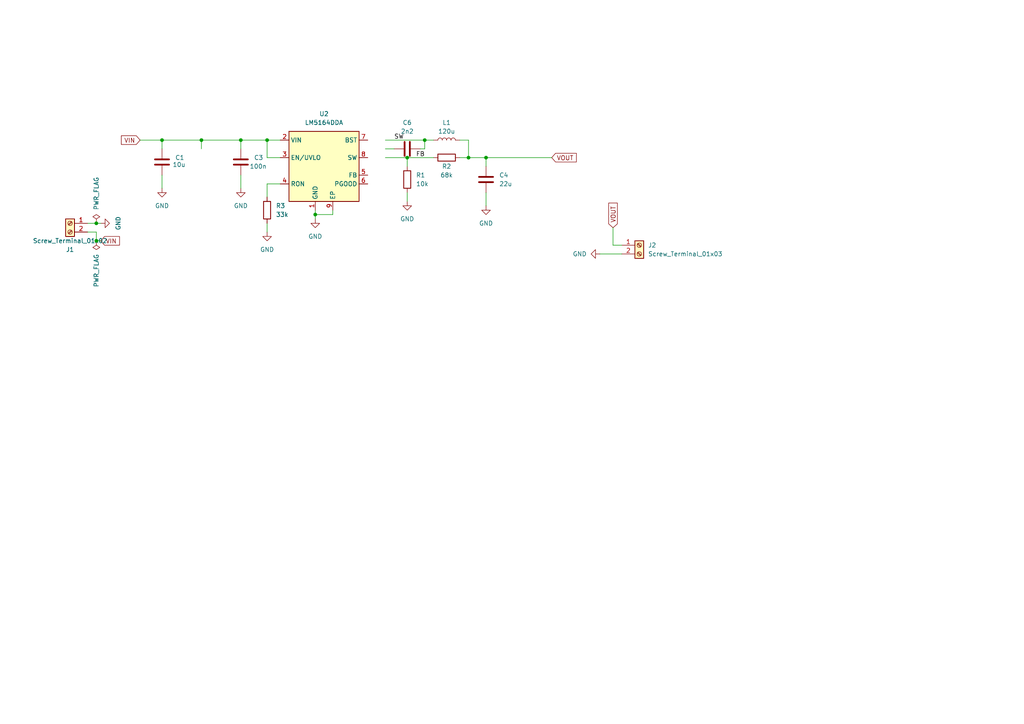
<source format=kicad_sch>
(kicad_sch (version 20231120) (generator "eeschema") (generator_version "8.0")
  (paper "A4")
  (lib_symbols
    (symbol "Connector:Screw_Terminal_01x02" (pin_names (offset 1.016) hide)
      (property "Reference" "J" (at 0 2.54 0))
      (property "Value" "Screw_Terminal_01x02" (at 0 -5.08 0))
      (symbol "Screw_Terminal_01x02_1_1"
        (rectangle (start -1.27 1.27) (end 1.27 -3.81) (stroke (width 0.254)) (fill (type background)))
        (circle (center 0 -2.54) (radius 0.635) (stroke (width 0.1524)))
        (polyline (pts (xy -0.5334 -2.2098) (xy 0.3302 -3.048)) (stroke (width 0.1524)))
        (polyline (pts (xy -0.5334 0.3302) (xy 0.3302 -0.508)) (stroke (width 0.1524)))
        (polyline (pts (xy -0.3556 -2.032) (xy 0.508 -2.8702)) (stroke (width 0.1524)))
        (polyline (pts (xy -0.3556 0.508) (xy 0.508 -0.3302)) (stroke (width 0.1524)))
        (circle (center 0 0) (radius 0.635) (stroke (width 0.1524)))
        (pin passive line (at -5.08 0 0) (length 3.81) (name "Pin_1") (number "1"))
        (pin passive line (at -5.08 -2.54 0) (length 3.81) (name "Pin_2") (number "2"))
      )
    )
    (symbol "Device:C" (pin_numbers hide) (pin_names (offset 0.254))
      (property "Reference" "C" (at 0.635 2.54 0))
      (property "Value" "C" (at 0.635 -2.54 0))
      (symbol "C_0_1"
        (polyline (pts (xy -2.032 -0.762) (xy 2.032 -0.762)) (stroke (width 0.508)))
        (polyline (pts (xy -2.032 0.762) (xy 2.032 0.762)) (stroke (width 0.508)))
      )
      (symbol "C_1_1"
        (pin passive line (at 0 3.81 270) (length 2.794) (name "~") (number "1"))
        (pin passive line (at 0 -3.81 90) (length 2.794) (name "~") (number "2"))
      )
    )
    (symbol "Device:L" (pin_numbers hide) (pin_names (offset 1.016) hide)
      (property "Reference" "L" (at -1.27 0 90))
      (property "Value" "L" (at 1.905 0 90))
      (symbol "L_0_1"
        (arc (start 0 -2.54) (mid 0.6323 -1.905) (end 0 -1.27))
        (arc (start 0 -1.27) (mid 0.6323 -0.635) (end 0 0))
        (arc (start 0 0) (mid 0.6323 0.635) (end 0 1.27))
        (arc (start 0 1.27) (mid 0.6323 1.905) (end 0 2.54))
      )
      (symbol "L_1_1"
        (pin passive line (at 0 3.81 270) (length 1.27) (name "1") (number "1"))
        (pin passive line (at 0 -3.81 90) (length 1.27) (name "2") (number "2"))
      )
    )
    (symbol "Device:R" (pin_numbers hide) (pin_names (offset 0))
      (property "Reference" "R" (at 2.032 0 90))
      (property "Value" "R" (at 0 0 90))
      (symbol "R_0_1"
        (rectangle (start -1.016 -2.54) (end 1.016 2.54) (stroke (width 0.254)))
      )
      (symbol "R_1_1"
        (pin passive line (at 0 3.81 270) (length 1.27) (name "~") (number "1"))
        (pin passive line (at 0 -3.81 90) (length 1.27) (name "~") (number "2"))
      )
    )
    (symbol "Regulator_Switching:LM5164DDA"
      (property "Reference" "U" (at -8.89 11.43 0))
      (property "Value" "LM5164DDA" (at 5.08 11.43 0))
      (symbol "LM5164DDA_1_1"
        (rectangle (start -10.16 10.16) (end 10.16 -10.16) (stroke (width 0.254)) (fill (type background)))
        (pin power_in line (at -2.54 -12.7 90) (length 2.54) (name "GND") (number "1"))
        (pin power_in line (at -12.7 7.62 0) (length 2.54) (name "VIN") (number "2"))
        (pin input line (at -12.7 2.54 0) (length 2.54) (name "EN/UVLO") (number "3"))
        (pin passive line (at -12.7 -5.08 0) (length 2.54) (name "RON") (number "4"))
        (pin input line (at 12.7 -2.54 180) (length 2.54) (name "FB") (number "5"))
        (pin open_collector line (at 12.7 -5.08 180) (length 2.54) (name "PGOOD") (number "6"))
        (pin passive line (at 12.7 7.62 180) (length 2.54) (name "BST") (number "7"))
        (pin power_out line (at 12.7 2.54 180) (length 2.54) (name "SW") (number "8"))
        (pin passive line (at 2.54 -12.7 90) (length 2.54) (name "EP") (number "9"))
      )
    )
    (symbol "power:GND" (power) (pin_names (offset 0))
      (property "Value" "GND" (at 0 -3.81 0))
      (symbol "GND_0_1"
        (polyline (pts (xy 0 0) (xy 0 -1.27) (xy 1.27 -1.27) (xy 0 -2.54) (xy -1.27 -1.27) (xy 0 -1.27)))
      )
      (symbol "GND_1_1"
        (pin power_in line (at 0 0 270) (length 0) hide (name "GND") (number "1"))
      )
    )
    (symbol "power:PWR_FLAG" (power) (pin_numbers hide) (pin_names (offset 0) hide)
      (property "Value" "PWR_FLAG" (at 0 3.81 0))
      (symbol "PWR_FLAG_0_0"
        (pin power_out line (at 0 0 90) (length 0) (name "pwr") (number "1"))
      )
      (symbol "PWR_FLAG_0_1"
        (polyline (pts (xy 0 0) (xy 0 1.27) (xy -1.016 1.905) (xy 0 2.54) (xy 1.016 1.905) (xy 0 1.27)))
      )
    )
  )
  (junction (at 91.44 62.23))
  (junction (at 77.47 40.64))
  (junction (at 58.42 40.64))
  (junction (at 46.99 40.64))
  (junction (at 27.94 69.85))
  (junction (at 135.89 45.72))
  (junction (at 69.85 40.64))
  (junction (at 27.94 64.77))
  (junction (at 123.19 40.64))
  (junction (at 118.11 45.72))
  (junction (at 140.97 45.72))
  (wire (pts (xy 46.99 40.64) (xy 46.99 43.18)))
  (wire (pts (xy 69.85 50.8) (xy 69.85 54.61)))
  (wire (pts (xy 91.44 60.96) (xy 91.44 62.23)))
  (wire (pts (xy 135.89 45.72) (xy 140.97 45.72)))
  (wire (pts (xy 111.76 43.18) (xy 114.3 43.18)))
  (wire (pts (xy 77.47 45.72) (xy 77.47 40.64)))
  (wire (pts (xy 177.8 66.04) (xy 177.8 71.12)))
  (wire (pts (xy 46.99 40.64) (xy 58.42 40.64)))
  (wire (pts (xy 173.99 73.66) (xy 180.34 73.66)))
  (wire (pts (xy 91.44 62.23) (xy 91.44 63.5)))
  (wire (pts (xy 133.35 45.72) (xy 135.89 45.72)))
  (wire (pts (xy 69.85 40.64) (xy 77.47 40.64)))
  (wire (pts (xy 111.76 40.64) (xy 123.19 40.64)))
  (wire (pts (xy 123.19 43.18) (xy 123.19 40.64)))
  (wire (pts (xy 81.28 45.72) (xy 77.47 45.72)))
  (wire (pts (xy 140.97 45.72) (xy 160.02 45.72)))
  (wire (pts (xy 77.47 40.64) (xy 81.28 40.64)))
  (wire (pts (xy 58.42 40.64) (xy 69.85 40.64)))
  (wire (pts (xy 27.94 64.77) (xy 29.21 64.77)))
  (wire (pts (xy 77.47 53.34) (xy 81.28 53.34)))
  (wire (pts (xy 27.94 67.31) (xy 25.4 67.31)))
  (wire (pts (xy 177.8 71.12) (xy 180.34 71.12)))
  (wire (pts (xy 58.42 40.64) (xy 58.42 43.18)))
  (wire (pts (xy 69.85 40.64) (xy 69.85 43.18)))
  (wire (pts (xy 121.92 43.18) (xy 123.19 43.18)))
  (wire (pts (xy 118.11 45.72) (xy 125.73 45.72)))
  (wire (pts (xy 111.76 45.72) (xy 118.11 45.72)))
  (wire (pts (xy 77.47 64.77) (xy 77.47 67.31)))
  (wire (pts (xy 77.47 57.15) (xy 77.47 53.34)))
  (wire (pts (xy 27.94 69.85) (xy 27.94 67.31)))
  (wire (pts (xy 140.97 55.88) (xy 140.97 59.69)))
  (wire (pts (xy 123.19 40.64) (xy 125.73 40.64)))
  (wire (pts (xy 133.35 40.64) (xy 135.89 40.64)))
  (wire (pts (xy 135.89 40.64) (xy 135.89 45.72)))
  (wire (pts (xy 27.94 69.85) (xy 29.21 69.85)))
  (wire (pts (xy 118.11 55.88) (xy 118.11 58.42)))
  (wire (pts (xy 96.52 62.23) (xy 91.44 62.23)))
  (wire (pts (xy 118.11 45.72) (xy 118.11 48.26)))
  (wire (pts (xy 40.64 40.64) (xy 46.99 40.64)))
  (wire (pts (xy 96.52 60.96) (xy 96.52 62.23)))
  (wire (pts (xy 25.4 64.77) (xy 27.94 64.77)))
  (wire (pts (xy 46.99 50.8) (xy 46.99 54.61)))
  (wire (pts (xy 140.97 45.72) (xy 140.97 48.26)))
  (label "SW" (at 114.3 40.64 0))
  (label "FB" (at 120.65 45.72 0))
  (global_label "VIN" (shape input) (at 40.64 40.64 180) (property "Intersheetrefs" "${INTERSHEET_REFS}" (effects (hide yes))))
  (global_label "VOUT" (shape input) (at 160.02 45.72 0) (property "Intersheetrefs" "${INTERSHEET_REFS}" (effects (hide yes))))
  (global_label "VIN" (shape input) (at 29.21 69.85 0) (property "Intersheetrefs" "${INTERSHEET_REFS}" (effects (hide yes))))
  (global_label "VOUT" (shape input) (at 177.8 66.04 90) (property "Intersheetrefs" "${INTERSHEET_REFS}" (effects (hide yes))))
  (symbol (lib_id "Device:R") (at 129.54 45.72 90) (unit 1)
    (property "Reference" "R2" (at 129.54 48.26 90))
    (property "Value" "68k" (at 129.54 50.8 90))
    (property "Footprint" "Resistor_SMD:R_0805_2012Metric" (effects (hide yes)))
  )
  (symbol (lib_id "Device:L") (at 129.54 40.64 90) (unit 1)
    (property "Reference" "L1" (at 129.54 35.56 90))
    (property "Value" "120u" (at 129.54 38.1 90))
    (property "Footprint" "Inductor_SMD:L_Vishay_IHLP-2525" (effects (hide yes)))
  )
  (symbol (lib_id "Device:R") (at 118.11 52.07 0) (unit 1)
    (property "Reference" "R1" (at 120.65 50.8 0) (effects (justify left)))
    (property "Value" "10k" (at 120.65 53.34 0) (effects (justify left)))
    (property "Footprint" "Resistor_SMD:R_0805_2012Metric" (effects (hide yes)))
  )
  (symbol (lib_id "Connector:Screw_Terminal_01x02") (at 185.42 71.12 0) (unit 1)
    (property "Reference" "J2" (at 187.96 71.12 0) (effects (justify left)))
    (property "Value" "Screw_Terminal_01x03" (at 187.96 73.66 0) (effects (justify left)))
    (property "Footprint" "TerminalBlock:TerminalBlock_bornier-2_P5.08mm" (effects (hide yes)))
  )
  (symbol (lib_id "Connector:Screw_Terminal_01x02") (at 20.32 64.77 0) (mirror y) (unit 1)
    (property "Reference" "J1" (at 20.32 72.39 0))
    (property "Value" "Screw_Terminal_01x02" (at 20.32 69.85 0))
    (property "Footprint" "TerminalBlock:TerminalBlock_bornier-2_P5.08mm" (effects (hide yes)))
  )
  (symbol (lib_id "power:GND") (at 91.44 63.5 0) (unit 1)
    (property "Reference" "#PWR02" (effects (hide yes)))
    (property "Value" "GND" (at 91.44 68.58 0))
  )
  (symbol (lib_id "power:PWR_FLAG") (at 27.94 69.85 180) (unit 1)
    (property "Reference" "#FLG02" (effects (hide yes)))
    (property "Value" "PWR_FLAG" (at 27.94 73.66 90) (effects (justify left)))
  )
  (symbol (lib_id "Device:C") (at 69.85 46.99 0) (unit 1)
    (property "Reference" "C3" (at 73.66 45.72 0) (effects (justify left)))
    (property "Value" "100n" (at 72.39 48.26 0) (effects (justify left)))
    (property "Footprint" "Capacitor_SMD:C_0603_1608Metric" (effects (hide yes)))
  )
  (symbol (lib_id "Device:C") (at 140.97 52.07 0) (unit 1)
    (property "Reference" "C4" (at 144.78 50.8 0) (effects (justify left)))
    (property "Value" "22u" (at 144.78 53.34 0) (effects (justify left)))
    (property "Footprint" "Capacitor_SMD:C_1206_3216Metric" (effects (hide yes)))
  )
  (symbol (lib_id "power:GND") (at 69.85 54.61 0) (unit 1)
    (property "Reference" "#PWR09" (effects (hide yes)))
    (property "Value" "GND" (at 69.85 59.69 0))
  )
  (symbol (lib_id "Device:R") (at 77.47 60.96 0) (unit 1)
    (property "Reference" "R3" (at 80.01 59.6899 0) (effects (justify left)))
    (property "Value" "33k" (at 80.01 62.2299 0) (effects (justify left)))
    (property "Footprint" "Resistor_SMD:R_0805_2012Metric" (effects (hide yes)))
  )
  (symbol (lib_id "power:GND") (at 173.99 73.66 270) (unit 1)
    (property "Reference" "#PWR011" (effects (hide yes)))
    (property "Value" "GND" (at 170.18 73.66 90) (effects (justify right)))
  )
  (symbol (lib_id "Device:C") (at 46.99 46.99 0) (unit 1)
    (property "Reference" "C1" (at 50.8 45.72 0) (effects (justify left)))
    (property "Value" "10u" (at 50.038 47.752 0) (effects (justify left)))
    (property "Footprint" "Capacitor_SMD:C_0805_2012Metric" (effects (hide yes)))
  )
  (symbol (lib_id "power:GND") (at 29.21 64.77 90) (unit 1)
    (property "Reference" "#PWR01" (effects (hide yes)))
    (property "Value" "GND" (at 34.29 64.77 0))
  )
  (symbol (lib_id "power:GND") (at 46.99 54.61 0) (unit 1)
    (property "Reference" "#PWR03" (effects (hide yes)))
    (property "Value" "GND" (at 46.99 59.69 0))
  )
  (symbol (lib_id "power:GND") (at 77.47 67.31 0) (unit 1)
    (property "Reference" "#PWR04" (effects (hide yes)))
    (property "Value" "GND" (at 77.47 72.39 0))
  )
  (symbol (lib_id "power:GND") (at 140.97 59.69 0) (unit 1)
    (property "Reference" "#PWR06" (effects (hide yes)))
    (property "Value" "GND" (at 140.97 64.77 0))
  )
  (symbol (lib_id "power:PWR_FLAG") (at 27.94 64.77 0) (unit 1)
    (property "Reference" "#FLG03" (effects (hide yes)))
    (property "Value" "PWR_FLAG" (at 27.94 60.96 90) (effects (justify left)))
  )
  (symbol (lib_id "power:GND") (at 118.11 58.42 0) (unit 1)
    (property "Reference" "#PWR05" (effects (hide yes)))
    (property "Value" "GND" (at 118.11 63.5 0))
  )
  (symbol (lib_id "Device:C") (at 118.11 43.18 90) (unit 1)
    (property "Reference" "C6" (at 118.11 35.56 90))
    (property "Value" "2n2" (at 118.11 38.1 90))
    (property "Footprint" "Capacitor_SMD:C_0603_1608Metric" (effects (hide yes)))
  )
  (symbol (lib_id "Regulator_Switching:LM5164DDA") (at 93.98 48.26 0) (unit 1)
    (property "Reference" "U2" (at 93.98 33.02 0))
    (property "Value" "LM5164DDA" (at 93.98 35.56 0))
    (property "Footprint" "Package_SO:HSOP-8-1EP_3.9x4.9mm_P1.27mm_EP2.41x3.1mm_ThermalVias" (effects (hide yes)))
    (property "Datasheet" "https://www.ti.com/lit/ds/symlink/lm5164.pdf?ts=1598311864250&ref_url=https%253A%252F%252Fwww.ti.com%252Fproduct%252FLM5164%253FHQS%253DTI-null-null-octopart-df-pf-null-wwe" (effects (hide yes)))
    (property "Description" "1A synchronous buck converter with ultra-low IQ, 6V - 100V input, adjustable output voltage, HSOP-8" (effects (hide yes)))
  )
)
</source>
